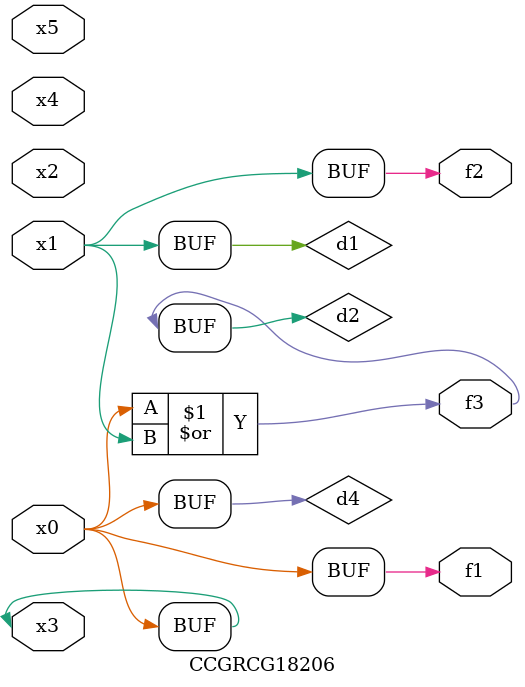
<source format=v>
module CCGRCG18206(
	input x0, x1, x2, x3, x4, x5,
	output f1, f2, f3
);

	wire d1, d2, d3, d4;

	and (d1, x1);
	or (d2, x0, x1);
	nand (d3, x0, x5);
	buf (d4, x0, x3);
	assign f1 = d4;
	assign f2 = d1;
	assign f3 = d2;
endmodule

</source>
